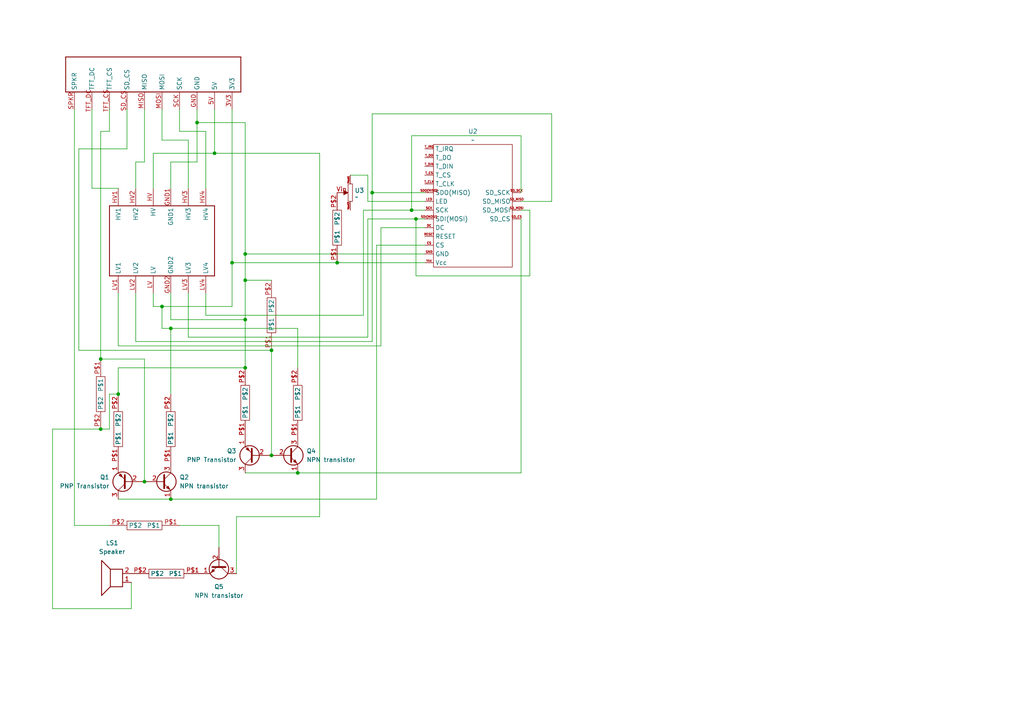
<source format=kicad_sch>
(kicad_sch (version 20231120) (generator "eeschema") (generator_version "8.0")
  (paper "A4")
  (lib_symbols
    (symbol "2.4'_TFT_SPI_ILI9341_WITH_SD_CARD_1"
      (property "Reference" "U" (at 10.16 -16.51 90))
      (symbol "2.4'_TFT_SPI_ILI9341_WITH_SD_CARD_1_0_1"
        (rectangle (start -11.43 -17.78) (end 11.43 17.78))
      )
      (symbol "2.4'_TFT_SPI_ILI9341_WITH_SD_CARD_1_1_1"
        (pin input line (at -13.97 -11.43 0) (length 2.54) (name "CS") (number "CS"))
        (pin input line (at -13.97 -6.35 0) (length 2.54) (name "DC") (number "DC"))
        (pin power_in line (at -13.97 -13.97 0) (length 2.54) (name "GND") (number "GND"))
        (pin input line (at -13.97 1.27 0) (length 2.54) (name "LED") (number "LED"))
        (pin input line (at -13.97 -8.89 0) (length 2.54) (name "RESET") (number "RESET"))
        (pin input line (at -13.97 -1.27 0) (length 2.54) (name "SCK") (number "SCK"))
        (pin input line (at -13.97 -3.81 0) (length 2.54) (name "SDI(MOSI)") (number "SDI(MOSI)"))
        (pin output line (at -13.97 3.81 0) (length 2.54) (name "SDO(MISO)") (number "SDO(MISO)"))
        (pin input line (at 13.97 -3.81 180) (length 2.54) (name "SD_CS") (number "SD_CS"))
        (pin output line (at 13.97 1.27 180) (length 2.54) (name "SD_MISO") (number "SD_MISO"))
        (pin input line (at 13.97 -1.27 180) (length 2.54) (name "SD_MOSI") (number "SD_MOSI"))
        (pin input line (at 13.97 3.81 180) (length 2.54) (name "SD_SCK") (number "SD_SCK"))
        (pin input line (at -13.97 6.35 0) (length 2.54) (name "T_CLK") (number "T_CLK"))
        (pin input line (at -13.97 8.89 0) (length 2.54) (name "T_CS") (number "T_CS"))
        (pin input line (at -13.97 11.43 0) (length 2.54) (name "T_DIN") (number "T_DIN"))
        (pin output line (at -13.97 13.97 0) (length 2.54) (name "T_DO") (number "T_DO"))
        (pin input line (at -13.97 16.51 0) (length 2.54) (name "T_IRQ") (number "T_IRQ"))
        (pin power_in line (at -13.97 -16.51 0) (length 2.54) (name "Vcc") (number "Vcc"))
      )
    )
    (symbol "Device:Speaker" (pin_names (offset 0) hide)
      (property "Reference" "LS" (at 1.27 5.715 0))
      (property "Value" "Speaker" (at 1.27 3.81 0))
      (symbol "Speaker_0_0"
        (rectangle (start -2.54 1.27) (end 1.016 -3.81) (stroke (width 0.254)))
        (polyline (pts (xy 1.016 1.27) (xy 3.556 3.81) (xy 3.556 -6.35) (xy 1.016 -3.81)) (stroke (width 0.254)))
      )
      (symbol "Speaker_1_1"
        (pin input line (at -5.08 0 0) (length 2.54) (name "1") (number "1"))
        (pin input line (at -5.08 -2.54 0) (length 2.54) (name "2") (number "2"))
      )
    )
    (symbol "Small_Potentiometer_1"
      (property "Reference" "U" (at 0 2.286 0))
      (symbol "Small_Potentiometer_1_0_1"
        (polyline (pts (xy 0 0) (xy 0 0)))
      )
      (symbol "Small_Potentiometer_1_1_1"
        (rectangle (start -2.54 1.905) (end 2.54 0.635))
        (polyline (pts (xy 0.635 -0.635) (xy 0 0.635) (xy -0.635 -0.635) (xy 0.635 -0.635)) (fill (type outline)))
        (pin input line (at 0 -2.54 90) (length 2.54) (name "") (number "Vin"))
        (pin output line (at -5.08 1.27 0) (length 2.54) (name "") (number "Vout1"))
        (pin output line (at 5.08 1.27 180) (length 2.54) (name "") (number "Vout2"))
      )
    )
    (symbol "Subsystem Main:BI_DIRECTIONAL_LOGIC_LEVEL_CONVERTER"
      (symbol "BI_DIRECTIONAL_LOGIC_LEVEL_CONVERTER_1_0"
        (polyline (pts (xy -15.24 -10.16) (xy 15.24 -10.16)) (stroke (width 0.254)))
        (polyline (pts (xy -15.24 10.16) (xy -15.24 -10.16)) (stroke (width 0.254)))
        (polyline (pts (xy 15.24 -10.16) (xy 15.24 10.16)) (stroke (width 0.254)))
        (polyline (pts (xy 15.24 10.16) (xy -15.24 10.16)) (stroke (width 0.254)))
        (pin power_in line (at 2.54 15.24 270) (length 5.08) (name "GND1") (number "GND1"))
        (pin bidirectional line (at 2.54 -15.24 90) (length 5.08) (name "GND2") (number "GND2"))
        (pin power_in line (at -2.54 15.24 270) (length 5.08) (name "HV") (number "HV"))
        (pin bidirectional line (at -12.7 15.24 270) (length 5.08) (name "HV1") (number "HV1"))
        (pin bidirectional line (at -7.62 15.24 270) (length 5.08) (name "HV2") (number "HV2"))
        (pin bidirectional line (at 7.62 15.24 270) (length 5.08) (name "HV3") (number "HV3"))
        (pin bidirectional line (at 12.7 15.24 270) (length 5.08) (name "HV4") (number "HV4"))
        (pin bidirectional line (at -2.54 -15.24 90) (length 5.08) (name "LV") (number "LV"))
        (pin bidirectional line (at -12.7 -15.24 90) (length 5.08) (name "LV1") (number "LV1"))
        (pin bidirectional line (at -7.62 -15.24 90) (length 5.08) (name "LV2") (number "LV2"))
        (pin bidirectional line (at 7.62 -15.24 90) (length 5.08) (name "LV3") (number "LV3"))
        (pin bidirectional line (at 12.7 -15.24 90) (length 5.08) (name "LV4") (number "LV4"))
      )
    )
    (symbol "Subsystem Main:SPI_HEADERSPI_HEADER_RIBBON_CONNECTOR"
      (symbol "SPI_HEADERSPI_HEADER_RIBBON_CONNECTOR_1_0"
        (polyline (pts (xy -25.4 -5.08) (xy 25.4 -5.08)) (stroke (width 0.254)))
        (polyline (pts (xy -25.4 5.08) (xy -25.4 -5.08)) (stroke (width 0.254)))
        (polyline (pts (xy -25.4 5.08) (xy 25.4 5.08)) (stroke (width 0.254)))
        (polyline (pts (xy 25.4 5.08) (xy 25.4 -5.08)) (stroke (width 0.254)))
        (pin power_in line (at -22.86 10.16 270) (length 5.08) (name "3V3") (number "3V3"))
        (pin power_in line (at -17.78 10.16 270) (length 5.08) (name "5V") (number "5V"))
        (pin power_in line (at -12.7 10.16 270) (length 5.08) (name "GND") (number "GND"))
        (pin bidirectional line (at 2.54 10.16 270) (length 5.08) (name "MISO") (number "MISO"))
        (pin bidirectional line (at -2.54 10.16 270) (length 5.08) (name "MOSI") (number "MOSI"))
        (pin bidirectional line (at -7.62 10.16 270) (length 5.08) (name "SCK") (number "SCK"))
        (pin bidirectional line (at 7.62 10.16 270) (length 5.08) (name "SD_CS") (number "SD_CS"))
        (pin bidirectional line (at 22.86 10.16 270) (length 5.08) (name "SPKR") (number "SPKR"))
        (pin bidirectional line (at 12.7 10.16 270) (length 5.08) (name "TFT_CS") (number "TFT_CS"))
        (pin bidirectional line (at 17.78 10.16 270) (length 5.08) (name "TFT_DC") (number "TFT_DC"))
      )
    )
    (symbol "Subsystem Main:THROUGH_HOLE_RESISTOR"
      (symbol "THROUGH_HOLE_RESISTOR_0_1"
        (rectangle (start -5.08 1.27) (end 5.08 -1.27))
      )
      (symbol "THROUGH_HOLE_RESISTOR_1_0"
        (pin bidirectional line (at -10.16 0 0) (length 5.08) (name "P$1") (number "P$1"))
        (pin bidirectional line (at 10.16 0 180) (length 5.08) (name "P$2") (number "P$2"))
      )
    )
    (symbol "Transistor_BJT:2N3904" (pin_names (offset 0) hide)
      (property "Reference" "Q" (at 5.08 1.905 0))
      (property "Value" "2N3904" (at 5.08 0 0))
      (symbol "2N3904_0_1"
        (polyline (pts (xy 0.635 0.635) (xy 2.54 2.54)))
        (polyline (pts (xy 0.635 -0.635) (xy 2.54 -2.54) (xy 2.54 -2.54)))
        (polyline (pts (xy 0.635 1.905) (xy 0.635 -1.905) (xy 0.635 -1.905)) (stroke (width 0.508)))
        (polyline (pts (xy 1.27 -1.778) (xy 1.778 -1.27) (xy 2.286 -2.286) (xy 1.27 -1.778) (xy 1.27 -1.778)) (fill (type outline)))
        (circle (center 1.27 0) (radius 2.8194) (stroke (width 0.254)))
      )
      (symbol "2N3904_1_1"
        (pin passive line (at 2.54 -5.08 90) (length 2.54) (name "E") (number "1"))
        (pin passive line (at -5.08 0 0) (length 5.715) (name "B") (number "2"))
        (pin passive line (at 2.54 5.08 270) (length 2.54) (name "C") (number "3"))
      )
    )
    (symbol "Transistor_BJT:2N3905" (pin_names (offset 0) hide)
      (property "Reference" "Q" (at 5.08 1.905 0))
      (property "Value" "2N3905" (at 5.08 0 0))
      (symbol "2N3905_0_1"
        (polyline (pts (xy 0.635 0.635) (xy 2.54 2.54)))
        (polyline (pts (xy 0.635 -0.635) (xy 2.54 -2.54) (xy 2.54 -2.54)))
        (polyline (pts (xy 0.635 1.905) (xy 0.635 -1.905) (xy 0.635 -1.905)) (stroke (width 0.508)))
        (polyline (pts (xy 2.286 -1.778) (xy 1.778 -2.286) (xy 1.27 -1.27) (xy 2.286 -1.778) (xy 2.286 -1.778)) (fill (type outline)))
        (circle (center 1.27 0) (radius 2.8194) (stroke (width 0.254)))
      )
      (symbol "2N3905_1_1"
        (pin passive line (at 2.54 -5.08 90) (length 2.54) (name "E") (number "1"))
        (pin input line (at -5.08 0 0) (length 5.715) (name "B") (number "2"))
        (pin passive line (at 2.54 5.08 270) (length 2.54) (name "C") (number "3"))
      )
    )
  )
  (junction (at 97.79 76.2))
  (junction (at 29.21 104.14))
  (junction (at 62.23 44.45))
  (junction (at 57.15 35.56))
  (junction (at 78.74 132.08))
  (junction (at 120.65 63.5))
  (junction (at 119.38 60.96))
  (junction (at 67.31 76.2))
  (junction (at 78.74 101.6))
  (junction (at 107.95 55.88))
  (junction (at 34.29 114.3))
  (junction (at 49.53 144.78))
  (junction (at 29.21 124.46))
  (junction (at 46.99 88.9))
  (junction (at 49.53 95.25))
  (junction (at 71.12 106.68))
  (junction (at 71.12 73.66))
  (junction (at 41.91 139.7))
  (junction (at 71.12 81.28))
  (junction (at 86.36 137.16))
  (junction (at 71.12 92.71))
  (wire (pts (xy 151.13 55.88) (xy 151.13 39.37)))
  (wire (pts (xy 86.36 95.25) (xy 49.53 95.25)))
  (wire (pts (xy 153.67 80.01) (xy 120.65 80.01)))
  (wire (pts (xy 71.12 73.66) (xy 71.12 35.56)))
  (wire (pts (xy 107.95 99.06) (xy 107.95 55.88)))
  (wire (pts (xy 29.21 104.14) (xy 29.21 38.1)))
  (wire (pts (xy 120.65 63.5) (xy 123.19 63.5)))
  (wire (pts (xy 105.41 60.96) (xy 105.41 91.44)))
  (wire (pts (xy 62.23 31.75) (xy 62.23 44.45)))
  (wire (pts (xy 120.65 80.01) (xy 120.65 63.5)))
  (wire (pts (xy 62.23 44.45) (xy 92.71 44.45)))
  (wire (pts (xy 151.13 137.16) (xy 151.13 63.5)))
  (wire (pts (xy 26.67 31.75) (xy 26.67 54.61)))
  (wire (pts (xy 41.91 46.99) (xy 39.37 46.99)))
  (wire (pts (xy 151.13 39.37) (xy 119.38 39.37)))
  (wire (pts (xy 39.37 99.06) (xy 107.95 99.06)))
  (wire (pts (xy 52.07 31.75) (xy 52.07 38.1)))
  (wire (pts (xy 110.49 100.33) (xy 110.49 66.04)))
  (wire (pts (xy 63.5 152.4) (xy 63.5 158.75)))
  (wire (pts (xy 31.75 114.3) (xy 34.29 114.3)))
  (wire (pts (xy 110.49 66.04) (xy 123.19 66.04)))
  (wire (pts (xy 54.61 40.64) (xy 54.61 54.61)))
  (wire (pts (xy 49.53 46.99) (xy 49.53 54.61)))
  (wire (pts (xy 160.02 58.42) (xy 151.13 58.42)))
  (wire (pts (xy 46.99 88.9) (xy 67.31 88.9)))
  (wire (pts (xy 119.38 39.37) (xy 119.38 60.96)))
  (wire (pts (xy 54.61 85.09) (xy 54.61 97.79)))
  (wire (pts (xy 101.6 50.8) (xy 106.68 50.8)))
  (wire (pts (xy 31.75 38.1) (xy 31.75 31.75)))
  (wire (pts (xy 22.86 101.6) (xy 22.86 43.18)))
  (wire (pts (xy 44.45 88.9) (xy 46.99 88.9)))
  (wire (pts (xy 49.53 144.78) (xy 109.22 144.78)))
  (wire (pts (xy 57.15 35.56) (xy 57.15 46.99)))
  (wire (pts (xy 71.12 92.71) (xy 71.12 106.68)))
  (wire (pts (xy 106.68 63.5) (xy 120.65 63.5)))
  (wire (pts (xy 105.41 91.44) (xy 59.69 91.44)))
  (wire (pts (xy 97.79 76.2) (xy 123.19 76.2)))
  (wire (pts (xy 54.61 97.79) (xy 106.68 97.79)))
  (wire (pts (xy 21.59 152.4) (xy 31.75 152.4)))
  (wire (pts (xy 36.83 43.18) (xy 36.83 31.75)))
  (wire (pts (xy 92.71 44.45) (xy 92.71 149.86)))
  (wire (pts (xy 59.69 38.1) (xy 59.69 54.61)))
  (wire (pts (xy 71.12 106.68) (xy 34.29 106.68)))
  (wire (pts (xy 62.23 44.45) (xy 44.45 44.45)))
  (wire (pts (xy 119.38 60.96) (xy 123.19 60.96)))
  (wire (pts (xy 71.12 92.71) (xy 71.12 81.28)))
  (wire (pts (xy 107.95 33.02) (xy 160.02 33.02)))
  (wire (pts (xy 57.15 31.75) (xy 57.15 35.56)))
  (wire (pts (xy 78.74 101.6) (xy 22.86 101.6)))
  (wire (pts (xy 46.99 31.75) (xy 46.99 40.64)))
  (wire (pts (xy 68.58 166.37) (xy 68.58 149.86)))
  (wire (pts (xy 71.12 137.16) (xy 86.36 137.16)))
  (wire (pts (xy 106.68 97.79) (xy 106.68 63.5)))
  (wire (pts (xy 29.21 38.1) (xy 31.75 38.1)))
  (wire (pts (xy 49.53 114.3) (xy 49.53 95.25)))
  (wire (pts (xy 160.02 33.02) (xy 160.02 58.42)))
  (wire (pts (xy 78.74 101.6) (xy 78.74 132.08)))
  (wire (pts (xy 44.45 88.9) (xy 44.45 85.09)))
  (wire (pts (xy 119.38 60.96) (xy 105.41 60.96)))
  (wire (pts (xy 15.24 124.46) (xy 29.21 124.46)))
  (wire (pts (xy 71.12 81.28) (xy 78.74 81.28)))
  (wire (pts (xy 38.1 176.53) (xy 15.24 176.53)))
  (wire (pts (xy 92.71 149.86) (xy 68.58 149.86)))
  (wire (pts (xy 41.91 31.75) (xy 41.91 46.99)))
  (wire (pts (xy 34.29 144.78) (xy 49.53 144.78)))
  (wire (pts (xy 26.67 54.61) (xy 34.29 54.61)))
  (wire (pts (xy 49.53 85.09) (xy 49.53 92.71)))
  (wire (pts (xy 86.36 106.68) (xy 86.36 95.25)))
  (wire (pts (xy 107.95 55.88) (xy 107.95 33.02)))
  (wire (pts (xy 52.07 38.1) (xy 59.69 38.1)))
  (wire (pts (xy 151.13 60.96) (xy 153.67 60.96)))
  (wire (pts (xy 52.07 152.4) (xy 63.5 152.4)))
  (wire (pts (xy 15.24 176.53) (xy 15.24 124.46)))
  (wire (pts (xy 34.29 85.09) (xy 34.29 100.33)))
  (wire (pts (xy 107.95 55.88) (xy 123.19 55.88)))
  (wire (pts (xy 49.53 95.25) (xy 46.99 95.25)))
  (wire (pts (xy 46.99 40.64) (xy 54.61 40.64)))
  (wire (pts (xy 39.37 46.99) (xy 39.37 54.61)))
  (wire (pts (xy 44.45 44.45) (xy 44.45 54.61)))
  (wire (pts (xy 59.69 91.44) (xy 59.69 85.09)))
  (wire (pts (xy 153.67 60.96) (xy 153.67 80.01)))
  (wire (pts (xy 71.12 81.28) (xy 71.12 73.66)))
  (wire (pts (xy 106.68 50.8) (xy 106.68 58.42)))
  (wire (pts (xy 86.36 137.16) (xy 151.13 137.16)))
  (wire (pts (xy 67.31 76.2) (xy 97.79 76.2)))
  (wire (pts (xy 109.22 71.12) (xy 123.19 71.12)))
  (wire (pts (xy 38.1 168.91) (xy 38.1 176.53)))
  (wire (pts (xy 109.22 144.78) (xy 109.22 71.12)))
  (wire (pts (xy 21.59 31.75) (xy 21.59 152.4)))
  (wire (pts (xy 67.31 31.75) (xy 67.31 76.2)))
  (wire (pts (xy 57.15 46.99) (xy 49.53 46.99)))
  (wire (pts (xy 34.29 106.68) (xy 34.29 114.3)))
  (wire (pts (xy 39.37 85.09) (xy 39.37 99.06)))
  (wire (pts (xy 41.91 104.14) (xy 29.21 104.14)))
  (wire (pts (xy 49.53 92.71) (xy 71.12 92.71)))
  (wire (pts (xy 41.91 104.14) (xy 41.91 139.7)))
  (wire (pts (xy 67.31 76.2) (xy 67.31 88.9)))
  (wire (pts (xy 29.21 124.46) (xy 31.75 124.46)))
  (wire (pts (xy 71.12 73.66) (xy 123.19 73.66)))
  (wire (pts (xy 31.75 124.46) (xy 31.75 114.3)))
  (wire (pts (xy 34.29 100.33) (xy 110.49 100.33)))
  (wire (pts (xy 46.99 95.25) (xy 46.99 88.9)))
  (wire (pts (xy 22.86 43.18) (xy 36.83 43.18)))
  (wire (pts (xy 106.68 58.42) (xy 123.19 58.42)))
  (wire (pts (xy 71.12 35.56) (xy 57.15 35.56)))
  (symbol (lib_id "Subsystem Main:THROUGH_HOLE_RESISTOR") (at 86.36 116.84 90) (unit 1)
    (property "Reference" "R2" (effects (hide yes)))
    (property "Value" "10k Ω" (effects (hide yes)))
    (property "Footprint" "Subsystem Main:THROUGH_HOLE_RESISTOR" (effects (hide yes)))
  )
  (symbol (lib_id "Device:Speaker") (at 33.02 168.91 180) (unit 1)
    (property "Reference" "LS1" (at 32.512 157.48 0))
    (property "Value" "Speaker" (at 32.512 160.02 0))
    (property "Footprint" "TerminalBlock:TerminalBlock_bornier-2_P5.08mm" (effects (hide yes)))
    (property "Description" "Speaker" (effects (hide yes)))
  )
  (symbol (lib_id "Subsystem Main:SPI_HEADERSPI_HEADER_RIBBON_CONNECTOR") (at 44.45 21.59 180) (unit 1)
    (property "Reference" "1" (effects (hide yes)))
    (property "Footprint" "Subsystem Main:SPI_HEADER_RIBBON_CONNECTOR" (effects (hide yes)))
  )
  (symbol (lib_id "Subsystem Main:THROUGH_HOLE_RESISTOR") (at 78.74 91.44 90) (unit 1)
    (property "Reference" "R5" (effects (hide yes)))
    (property "Value" "10k Ω" (effects (hide yes)))
    (property "Footprint" "Subsystem Main:THROUGH_HOLE_RESISTOR" (effects (hide yes)))
  )
  (symbol (lib_name "2.4'_TFT_SPI_ILI9341_WITH_SD_CARD_1") (lib_id "Subsystem Main:2.4'_TFT_SPI_ILI9341_WITH_SD_CARD") (at 137.16 59.69 0) (unit 1)
    (property "Reference" "U2" (at 137.16 38.1 0))
    (property "Value" "~" (at 137.16 40.64 0))
    (property "Footprint" "Subsystem Main:2.4'_TFT_SPI_ILI9341_WITH_SD_CARD" (effects (hide yes)))
  )
  (symbol (lib_id "Transistor_BJT:2N3904") (at 46.99 139.7 0) (unit 1)
    (property "Reference" "Q2" (at 52.07 138.4299 0) (effects (justify left)))
    (property "Value" "NPN transistor" (at 52.07 140.9699 0) (effects (justify left)))
    (property "Footprint" "Package_TO_SOT_THT:TO-92_Inline" (effects (hide yes)))
    (property "Datasheet" "https://www.onsemi.com/pub/Collateral/2N3903-D.PDF" (effects (hide yes)))
    (property "Description" "0.2A Ic, 40V Vce, Small Signal NPN Transistor, TO-92" (effects (hide yes)))
  )
  (symbol (lib_id "Subsystem Main:THROUGH_HOLE_RESISTOR") (at 34.29 124.46 90) (unit 1)
    (property "Reference" "R4" (effects (hide yes)))
    (property "Value" "10k Ω" (effects (hide yes)))
    (property "Footprint" "Subsystem Main:THROUGH_HOLE_RESISTOR" (effects (hide yes)))
  )
  (symbol (lib_id "Subsystem Main:THROUGH_HOLE_RESISTOR") (at 49.53 124.46 90) (unit 1)
    (property "Reference" "R1" (effects (hide yes)))
    (property "Value" "10k Ω" (effects (hide yes)))
    (property "Footprint" "Subsystem Main:THROUGH_HOLE_RESISTOR" (effects (hide yes)))
  )
  (symbol (lib_id "Transistor_BJT:2N3905") (at 73.66 132.08 180) (unit 1)
    (property "Reference" "Q3" (at 68.58 130.8099 0) (effects (justify left)))
    (property "Value" "PNP Transistor" (at 68.58 133.3499 0) (effects (justify left)))
    (property "Footprint" "Package_TO_SOT_THT:TO-92_Inline" (effects (hide yes)))
    (property "Datasheet" "https://www.nteinc.com/specs/original/2N3905_06.pdf" (effects (hide yes)))
    (property "Description" "-0.2A Ic, -40V Vce, Small Signal PNP Transistor, TO-92" (effects (hide yes)))
  )
  (symbol (lib_id "Subsystem Main:THROUGH_HOLE_RESISTOR") (at 29.21 114.3 270) (unit 1)
    (property "Reference" "R6" (effects (hide yes)))
    (property "Value" "10k Ω" (effects (hide yes)))
    (property "Footprint" "Subsystem Main:THROUGH_HOLE_RESISTOR" (effects (hide yes)))
  )
  (symbol (lib_id "Subsystem Main:THROUGH_HOLE_RESISTOR") (at 71.12 116.84 90) (unit 1)
    (property "Reference" "R3" (effects (hide yes)))
    (property "Value" "10k Ω" (effects (hide yes)))
    (property "Footprint" "Subsystem Main:THROUGH_HOLE_RESISTOR" (effects (hide yes)))
  )
  (symbol (lib_id "Subsystem Main:THROUGH_HOLE_RESISTOR") (at 97.79 66.04 90) (unit 1)
    (property "Reference" "R9" (effects (hide yes)))
    (property "Value" "100 Ω" (effects (hide yes)))
    (property "Footprint" "Subsystem Main:THROUGH_HOLE_RESISTOR" (effects (hide yes)))
  )
  (symbol (lib_name "Small_Potentiometer_1") (lib_id "Subsystem Main:Small_Potentiometer") (at 100.33 55.88 270) (unit 1)
    (property "Reference" "U3" (at 102.87 55.2449 90) (effects (justify left)))
    (property "Value" "~" (at 102.87 57.15 90) (effects (justify left)))
    (property "Footprint" "Subsystem Main:Small_Potentiometer" (effects (hide yes)))
  )
  (symbol (lib_id "Subsystem Main:BI_DIRECTIONAL_LOGIC_LEVEL_CONVERTER") (at 46.99 69.85 0) (unit 1)
    (property "Reference" "LogicConverter1" (effects (hide yes)))
    (property "Footprint" "Subsystem Main:BI_DIRECTIONAL_LOGIC_LEVEL_CONVERTER" (effects (hide yes)))
  )
  (symbol (lib_id "Subsystem Main:THROUGH_HOLE_RESISTOR") (at 48.26 166.37 180) (unit 1)
    (property "Reference" "R7" (effects (hide yes)))
    (property "Value" "10 Ω" (effects (hide yes)))
    (property "Footprint" "Subsystem Main:THROUGH_HOLE_RESISTOR" (effects (hide yes)))
  )
  (symbol (lib_id "Subsystem Main:THROUGH_HOLE_RESISTOR") (at 41.91 152.4 180) (unit 1)
    (property "Reference" "R8" (effects (hide yes)))
    (property "Value" "10k Ω" (effects (hide yes)))
    (property "Footprint" "Subsystem Main:THROUGH_HOLE_RESISTOR" (effects (hide yes)))
  )
  (symbol (lib_id "Transistor_BJT:2N3905") (at 36.83 139.7 180) (unit 1)
    (property "Reference" "Q1" (at 31.75 138.4299 0) (effects (justify left)))
    (property "Value" "PNP Transistor" (at 31.75 140.9699 0) (effects (justify left)))
    (property "Footprint" "Package_TO_SOT_THT:TO-92_Inline" (effects (hide yes)))
    (property "Datasheet" "https://www.nteinc.com/specs/original/2N3905_06.pdf" (effects (hide yes)))
    (property "Description" "-0.2A Ic, -40V Vce, Small Signal PNP Transistor, TO-92" (effects (hide yes)))
  )
  (symbol (lib_id "Transistor_BJT:2N3904") (at 83.82 132.08 0) (unit 1)
    (property "Reference" "Q4" (at 88.9 130.8099 0) (effects (justify left)))
    (property "Value" "NPN transistor" (at 88.9 133.3499 0) (effects (justify left)))
    (property "Footprint" "Package_TO_SOT_THT:TO-92_Inline" (effects (hide yes)))
    (property "Datasheet" "https://www.onsemi.com/pub/Collateral/2N3903-D.PDF" (effects (hide yes)))
    (property "Description" "0.2A Ic, 40V Vce, Small Signal NPN Transistor, TO-92" (effects (hide yes)))
  )
  (symbol (lib_id "Transistor_BJT:2N3904") (at 63.5 163.83 270) (unit 1)
    (property "Reference" "Q5" (at 63.5 170.18 90))
    (property "Value" "NPN transistor" (at 63.5 172.72 90))
    (property "Footprint" "Package_TO_SOT_THT:TO-92_Inline" (effects (hide yes)))
    (property "Datasheet" "https://www.onsemi.com/pub/Collateral/2N3903-D.PDF" (effects (hide yes)))
    (property "Description" "0.2A Ic, 40V Vce, Small Signal NPN Transistor, TO-92" (effects (hide yes)))
  )
)
</source>
